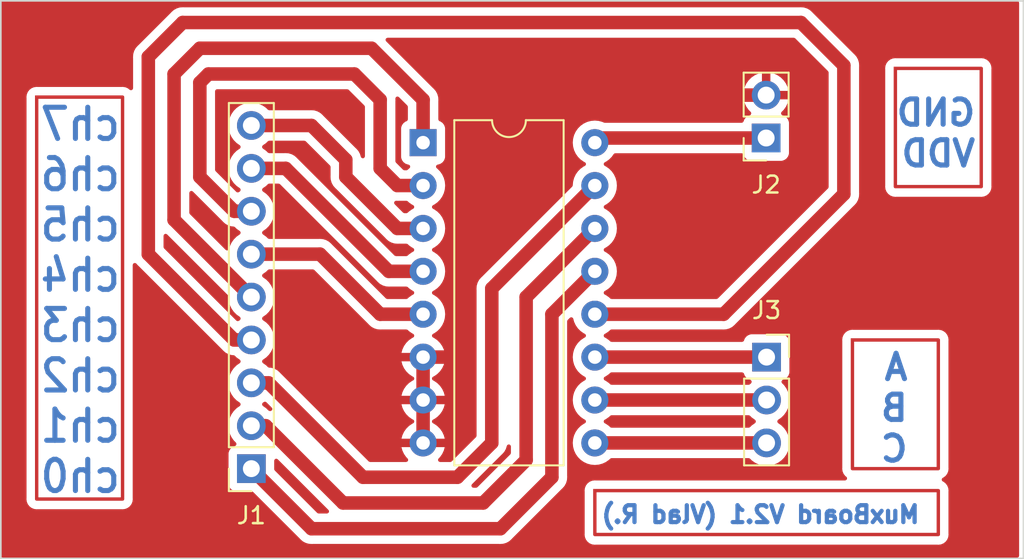
<source format=kicad_pcb>
(kicad_pcb (version 20221018) (generator pcbnew)
  (title_block (title "Mux board v2.1") (date "2023-11-21") (rev "1.4") (company "Vlad R."))
  (layers (0 "F.Cu" signal) (31 "B.Cu" signal) (34 "B.Paste" user) (35 "F.Paste" user) (36 "B.SilkS" user "B.Silkscreen") (37 "F.SilkS" user "F.Silkscreen") (38 "B.Mask" user) (39 "F.Mask" user) (44 "Edge.Cuts" user))
  (net 0 "")
  (net 1 "/C4")
  (net 2 "/C6")
  (net 3 "/COM OUT{slash}IN")
  (net 4 "/C7")
  (net 5 "/C5")
  (net 6 "/C")
  (net 7 "/B")
  (net 8 "/A")
  (net 9 "/VDD")
  (net 10 "/C3")
  (net 11 "/C0")
  (net 12 "/C1")
  (net 13 "/C2")
  (net 14 "0")
  (footprint "Package_DIP:DIP-16_W10.16mm" (layer "F.Cu") (at 220.98 120.396)
    (fp_text reference "UR1" hide)
    (fp_text value "CD4051B")
    (fp_line (start 1.845 -1.33) (end 1.845 19.11) (stroke (width 0.12)) (layer "F.SilkS"))
    (fp_line (start 1.845 19.11) (end 8.315 19.11) (stroke (width 0.12)) (layer "F.SilkS"))
    (fp_line (start 4.08 -1.33) (end 1.845 -1.33) (stroke (width 0.12)) (layer "F.SilkS"))
    (fp_line (start 8.315 -1.33) (end 6.08 -1.33) (stroke (width 0.12)) (layer "F.SilkS"))
    (fp_line (start 8.315 19.11) (end 8.315 -1.33) (stroke (width 0.12)) (layer "F.SilkS"))
    (fp_arc (start 6.08 -1.33) (mid 5.08 -0.33) (end 4.08 -1.33) (stroke (width 0.12)) (layer "F.SilkS"))
    (pad "1" thru_hole rect (at 0 0) (size 1.6 1.6) (drill 0.8) (layers "*.Cu" "*.Mask") (net 1 "/C4"))
    (pad "2" thru_hole oval (at 0 2.54) (size 1.6 1.6) (drill 0.8) (layers "*.Cu" "*.Mask") (net 2 "/C6"))
    (pad "3" thru_hole oval (at 0 5.08) (size 1.6 1.6) (drill 0.8) (layers "*.Cu" "*.Mask") (net 3 "/COM OUT{slash}IN"))
    (pad "4" thru_hole oval (at 0 7.62) (size 1.6 1.6) (drill 0.8) (layers "*.Cu" "*.Mask") (net 4 "/C7"))
    (pad "5" thru_hole oval (at 0 10.16) (size 1.6 1.6) (drill 0.8) (layers "*.Cu" "*.Mask") (net 5 "/C5"))
    (pad "6" thru_hole oval (at 0 12.7) (size 1.6 1.6) (drill 0.8) (layers "*.Cu" "*.Mask") (net 14 "0"))
    (pad "7" thru_hole oval (at 0 15.24) (size 1.6 1.6) (drill 0.8) (layers "*.Cu" "*.Mask") (net 14 "0"))
    (pad "8" thru_hole oval (at 0 17.78) (size 1.6 1.6) (drill 0.8) (layers "*.Cu" "*.Mask") (net 14 "0"))
    (pad "9" thru_hole oval (at 10.16 17.78) (size 1.6 1.6) (drill 0.8) (layers "*.Cu" "*.Mask") (net 6 "/C"))
    (pad "10" thru_hole oval (at 10.16 15.24) (size 1.6 1.6) (drill 0.8) (layers "*.Cu" "*.Mask") (net 7 "/B"))
    (pad "11" thru_hole oval (at 10.16 12.7) (size 1.6 1.6) (drill 0.8) (layers "*.Cu" "*.Mask") (net 8 "/A"))
    (pad "12" thru_hole oval (at 10.16 10.16) (size 1.6 1.6) (drill 0.8) (layers "*.Cu" "*.Mask") (net 10 "/C3"))
    (pad "13" thru_hole oval (at 10.16 7.62) (size 1.6 1.6) (drill 0.8) (layers "*.Cu" "*.Mask") (net 11 "/C0"))
    (pad "14" thru_hole oval (at 10.16 5.08) (size 1.6 1.6) (drill 0.8) (layers "*.Cu" "*.Mask") (net 12 "/C1"))
    (pad "15" thru_hole oval (at 10.16 2.54) (size 1.6 1.6) (drill 0.8) (layers "*.Cu" "*.Mask") (net 13 "/C2"))
    (pad "16" thru_hole oval (at 10.16 0) (size 1.6 1.6) (drill 0.8) (layers "*.Cu" "*.Mask") (net 9 "/VDD"))
  )
  (footprint "VAMK_CON:SOCKET_1x3" (layer "F.Cu") (at 241.3 133.096)
    (fp_text reference "J3" (at 0 -2.77) (layer "F.SilkS"))
    (fp_text value "Conn_01x03_Socket" hide)
    (fp_line (start -1.33 1.27) (end -1.33 6.41) (stroke (width 0.12)) (layer "F.SilkS"))
    (fp_line (start -1.33 1.27) (end 1.33 1.27) (stroke (width 0.12)) (layer "F.SilkS"))
    (fp_line (start -1.33 6.41) (end 1.33 6.41) (stroke (width 0.12)) (layer "F.SilkS"))
    (fp_line (start 0 -1.33) (end 1.33 -1.33) (stroke (width 0.12)) (layer "F.SilkS"))
    (fp_line (start 1.33 -1.33) (end 1.33 0) (stroke (width 0.12)) (layer "F.SilkS"))
    (fp_line (start 1.33 1.27) (end 1.33 6.41) (stroke (width 0.12)) (layer "F.SilkS"))
    (pad "1" thru_hole rect (at 0 0) (size 1.7 1.7) (drill 1) (layers "*.Cu" "*.Mask") (net 8 "/A"))
    (pad "2" thru_hole oval (at 0 2.54) (size 1.7 1.7) (drill 1) (layers "*.Cu" "*.Mask") (net 7 "/B"))
    (pad "3" thru_hole oval (at 0 5.08) (size 1.7 1.7) (drill 1) (layers "*.Cu" "*.Mask") (net 6 "/C"))
  )
  (footprint "VAMK_CON:SOCKET_1x9" (layer "F.Cu") (at 210.82 139.7 180)
    (fp_text reference "J1" (at 0 -2.77) (layer "F.SilkS"))
    (fp_text value "Conn_01x09_Pin")
    (fp_line (start -1.33 1.27) (end -1.33 21.65) (stroke (width 0.12)) (layer "F.SilkS"))
    (fp_line (start -1.33 1.27) (end 1.33 1.27) (stroke (width 0.12)) (layer "F.SilkS"))
    (fp_line (start -1.33 21.65) (end 1.33 21.65) (stroke (width 0.12)) (layer "F.SilkS"))
    (fp_line (start 0 -1.33) (end 1.33 -1.33) (stroke (width 0.12)) (layer "F.SilkS"))
    (fp_line (start 1.33 -1.33) (end 1.33 0) (stroke (width 0.12)) (layer "F.SilkS"))
    (fp_line (start 1.33 1.27) (end 1.33 21.65) (stroke (width 0.12)) (layer "F.SilkS"))
    (pad "1" thru_hole rect (at 0 0 180) (size 1.7 1.7) (drill 1) (layers "*.Cu" "*.Mask") (net 11 "/C0"))
    (pad "2" thru_hole oval (at 0 2.54 180) (size 1.7 1.7) (drill 1) (layers "*.Cu" "*.Mask") (net 12 "/C1"))
    (pad "3" thru_hole oval (at 0 5.08 180) (size 1.7 1.7) (drill 1) (layers "*.Cu" "*.Mask") (net 13 "/C2"))
    (pad "4" thru_hole oval (at 0 7.62 180) (size 1.7 1.7) (drill 1) (layers "*.Cu" "*.Mask") (net 10 "/C3"))
    (pad "5" thru_hole oval (at 0 10.16 180) (size 1.7 1.7) (drill 1) (layers "*.Cu" "*.Mask") (net 1 "/C4"))
    (pad "6" thru_hole oval (at 0 12.7 180) (size 1.7 1.7) (drill 1) (layers "*.Cu" "*.Mask") (net 5 "/C5"))
    (pad "7" thru_hole oval (at 0 15.24 180) (size 1.7 1.7) (drill 1) (layers "*.Cu" "*.Mask") (net 2 "/C6"))
    (pad "8" thru_hole oval (at 0 17.78 180) (size 1.7 1.7) (drill 1) (layers "*.Cu" "*.Mask") (net 4 "/C7"))
    (pad "9" thru_hole oval (at 0 20.32 180) (size 1.7 1.7) (drill 1) (layers "*.Cu" "*.Mask") (net 3 "/COM OUT{slash}IN"))
  )
  (footprint "VAMK_CON:SOCKET_1x2" (layer "F.Cu") (at 241.275 120.122 180)
    (fp_text reference "J2" (at 0 -2.77) (layer "F.SilkS"))
    (fp_text value "Conn_01x02_Socket" hide)
    (fp_line (start -1.33 1.27) (end -1.33 3.87) (stroke (width 0.12)) (layer "F.SilkS"))
    (fp_line (start -1.33 1.27) (end 1.33 1.27) (stroke (width 0.12)) (layer "F.SilkS"))
    (fp_line (start -1.33 3.87) (end 1.33 3.87) (stroke (width 0.12)) (layer "F.SilkS"))
    (fp_line (start 0 -1.33) (end 1.33 -1.33) (stroke (width 0.12)) (layer "F.SilkS"))
    (fp_line (start 1.33 -1.33) (end 1.33 0) (stroke (width 0.12)) (layer "F.SilkS"))
    (fp_line (start 1.33 1.27) (end 1.33 3.87) (stroke (width 0.12)) (layer "F.SilkS"))
    (pad "1" thru_hole rect (at 0 0 180) (size 1.7 1.7) (drill 1) (layers "*.Cu" "*.Mask") (net 9 "/VDD"))
    (pad "2" thru_hole oval (at 0 2.54 180) (size 1.7 1.7) (drill 1) (layers "*.Cu" "*.Mask") (net 14 "0"))
  )
  (gr_rect (start 198.12 117.7) (end 203.2 141.5) (stroke (width 0.2)) (fill none) (layer "F.Cu"))
  (gr_rect (start 246.38 132.08) (end 251.46 139.7) (stroke (width 0.2)) (fill none) (layer "F.Cu"))
  (gr_rect (start 231.14 141) (end 251.46 143.6) (stroke (width 0.2)) (fill none) (layer "F.Cu"))
  (gr_rect (start 248.92 116) (end 254 123) (stroke (width 0.2)) (fill none) (layer "F.Cu"))
  (gr_rect (start 196 112) (end 256.5 145.02) (stroke (width 0.1)) (fill none) (layer "Edge.Cuts"))
  (gr_text "MuxBoard V2.1 (Vlad R.)" (at 250.46 143) (layer "B.Cu") (effects (font (size 1 1) (thickness 0.25) bold) (justify left bottom mirror)))
  (gr_text "ch7\nch6\nch5\nch4\nch3\nch2\nch1\nch0" (at 203.2 141.24) (layer "B.Cu") (effects (font (size 1.85 1.7) (thickness 0.3) bold) (justify left bottom mirror)))
  (gr_text "A\nB\nC" (at 249.8 139.4) (layer "B.Cu") (effects (font (size 1.5 1.5) (thickness 0.3) bold) (justify left bottom mirror)))
  (gr_text "GND\nVDD" (at 253.8 121.92) (layer "B.Cu") (effects (font (size 1.5 1.5) (thickness 0.3) bold) (justify left bottom mirror)))
  (segment (start 207.772 114.808) (end 217.932 114.808) (width 0.8) (layer "F.Cu") (net 1))
  (segment (start 217.932 114.808) (end 220.98 117.856) (width 0.8) (layer "F.Cu") (net 1))
  (segment (start 220.98 117.856) (end 220.98 120.396) (width 0.8) (layer "F.Cu") (net 1))
  (segment (start 210.82 129.54) (end 206.248 124.968) (width 0.8) (layer "F.Cu") (net 1))
  (segment (start 206.248 116.332) (end 207.772 114.808) (width 0.8) (layer "F.Cu") (net 1))
  (segment (start 206.248 124.968) (end 206.248 116.332) (width 0.8) (layer "F.Cu") (net 1))
  (segment (start 219.456 122.936) (end 218.44 121.92) (width 0.8) (layer "F.Cu") (net 2))
  (segment (start 207.772 116.84) (end 207.772 122.428) (width 0.8) (layer "F.Cu") (net 2))
  (segment (start 208.28 116.332) (end 207.772 116.84) (width 0.8) (layer "F.Cu") (net 2))
  (segment (start 218.44 121.92) (end 218.44 117.856) (width 0.8) (layer "F.Cu") (net 2))
  (segment (start 220.98 122.936) (end 219.456 122.936) (width 0.8) (layer "F.Cu") (net 2))
  (segment (start 216.916 116.332) (end 208.28 116.332) (width 0.8) (layer "F.Cu") (net 2))
  (segment (start 218.44 117.856) (end 216.916 116.332) (width 0.8) (layer "F.Cu") (net 2))
  (segment (start 207.772 122.428) (end 209.804 124.46) (width 0.8) (layer "F.Cu") (net 2))
  (segment (start 209.804 124.46) (end 210.82 124.46) (width 0.8) (layer "F.Cu") (net 2))
  (segment (start 219.456 125.476) (end 220.98 125.476) (width 0.8) (layer "F.Cu") (net 3))
  (segment (start 216.408 122.428) (end 219.456 125.476) (width 0.8) (layer "F.Cu") (net 3))
  (segment (start 214.376 119.38) (end 216.408 121.412) (width 0.8) (layer "F.Cu") (net 3))
  (segment (start 210.82 119.38) (end 214.376 119.38) (width 0.8) (layer "F.Cu") (net 3))
  (segment (start 216.408 121.412) (end 216.408 122.428) (width 0.8) (layer "F.Cu") (net 3))
  (segment (start 210.82 121.92) (end 212.852 121.92) (width 0.8) (layer "F.Cu") (net 4))
  (segment (start 218.948 128.016) (end 220.98 128.016) (width 0.8) (layer "F.Cu") (net 4))
  (segment (start 212.852 121.92) (end 218.948 128.016) (width 0.8) (layer "F.Cu") (net 4))
  (segment (start 218.44 130.556) (end 220.98 130.556) (width 0.8) (layer "F.Cu") (net 5))
  (segment (start 214.884 127) (end 218.44 130.556) (width 0.8) (layer "F.Cu") (net 5))
  (segment (start 210.82 127) (end 214.884 127) (width 0.8) (layer "F.Cu") (net 5))
  (segment (start 241.3 138.176) (end 231.14 138.176) (width 0.8) (layer "F.Cu") (net 6))
  (segment (start 241.3 135.636) (end 231.14 135.636) (width 0.8) (layer "F.Cu") (net 7))
  (segment (start 241.3 133.096) (end 231.14 133.096) (width 0.8) (layer "F.Cu") (net 8))
  (segment (start 241.275 120.122) (end 231.414 120.122) (width 0.8) (layer "F.Cu") (net 9))
  (segment (start 231.414 120.122) (end 231.14 120.396) (width 0.8) (layer "F.Cu") (net 9))
  (segment (start 238.76 130.556) (end 245.872 123.444) (width 0.8) (layer "F.Cu") (net 10))
  (segment (start 245.872 123.444) (end 245.872 115.824) (width 0.8) (layer "F.Cu") (net 10))
  (segment (start 243.332 113.284) (end 206.756 113.284) (width 0.8) (layer "F.Cu") (net 10))
  (segment (start 204.724 127) (end 209.804 132.08) (width 0.8) (layer "F.Cu") (net 10))
  (segment (start 209.804 132.08) (end 210.82 132.08) (width 0.8) (layer "F.Cu") (net 10))
  (segment (start 204.724 115.316) (end 204.724 127) (width 0.8) (layer "F.Cu") (net 10))
  (segment (start 231.14 130.556) (end 238.76 130.556) (width 0.8) (layer "F.Cu") (net 10))
  (segment (start 245.872 115.824) (end 243.332 113.284) (width 0.8) (layer "F.Cu") (net 10))
  (segment (start 206.756 113.284) (end 204.724 115.316) (width 0.8) (layer "F.Cu") (net 10))
  (segment (start 231.14 128.016) (end 228.6 130.556) (width 0.8) (layer "F.Cu") (net 11))
  (segment (start 228.6 130.556) (end 228.6 140.208) (width 0.8) (layer "F.Cu") (net 11))
  (segment (start 225.552 143.256) (end 214.376 143.256) (width 0.8) (layer "F.Cu") (net 11))
  (segment (start 214.376 143.256) (end 210.82 139.7) (width 0.8) (layer "F.Cu") (net 11))
  (segment (start 228.6 140.208) (end 225.552 143.256) (width 0.8) (layer "F.Cu") (net 11))
  (segment (start 227.076 129.54) (end 227.076 139.192) (width 0.8) (layer "F.Cu") (net 12))
  (segment (start 224.536 141.732) (end 216.242 141.732) (width 0.8) (layer "F.Cu") (net 12))
  (segment (start 231.14 125.476) (end 227.076 129.54) (width 0.8) (layer "F.Cu") (net 12))
  (segment (start 211.67 137.16) (end 210.82 137.16) (width 0.8) (layer "F.Cu") (net 12))
  (segment (start 216.242 141.732) (end 211.67 137.16) (width 0.8) (layer "F.Cu") (net 12))
  (segment (start 227.076 139.192) (end 224.536 141.732) (width 0.8) (layer "F.Cu") (net 12))
  (segment (start 231.14 122.936) (end 225.044 129.032) (width 0.8) (layer "F.Cu") (net 13))
  (segment (start 211.836 134.62) (end 210.82 134.62) (width 0.8) (layer "F.Cu") (net 13))
  (segment (start 225.044 138.176) (end 223.012 140.208) (width 0.8) (layer "F.Cu") (net 13))
  (segment (start 225.044 129.032) (end 225.044 138.176) (width 0.8) (layer "F.Cu") (net 13))
  (segment (start 223.012 140.208) (end 217.424 140.208) (width 0.8) (layer "F.Cu") (net 13))
  (segment (start 217.424 140.208) (end 211.836 134.62) (width 0.8) (layer "F.Cu") (net 13))
  (segment (start 223.52 132.08) (end 223.52 124.46) (width 0.8) (layer "F.Cu") (net 14))
  (segment (start 220.98 133.096) (end 222.504 133.096) (width 0.8) (layer "F.Cu") (net 14))
  (segment (start 223.52 124.46) (end 230.398 117.582) (width 0.8) (layer "F.Cu") (net 14))
  (segment (start 220.98 138.176) (end 220.98 135.636) (width 0.8) (layer "F.Cu") (net 14))
  (segment (start 222.504 133.096) (end 223.52 132.08) (width 0.8) (layer "F.Cu") (net 14))
  (segment (start 220.98 133.096) (end 220.98 135.636) (width 0.8) (layer "F.Cu") (net 14))
  (segment (start 230.398 117.582) (end 241.275 117.582) (width 0.8) (layer "F.Cu") (net 14))
  (zone (net 14) (net_name "0") (layer "F.Cu") (connect_pads (clearance 0.5)) (min_thickness 0.25) (fill yes (thermal_gap 0.5) (thermal_bridge_width 0.5) (island_removal_mode 1) (island_area_min 10))
    (polygon (pts (xy 256.24 144.98) (xy 196 144.98) (xy 196 111.96) (xy 256.24 111.96)))
    (polygon (pts (xy 231.14 143.6) (xy 251.46 143.6) (xy 251.46 141) (xy 231.14 141)))
    (polygon (pts (xy 198.12 117.7) (xy 198.12 141.5) (xy 203.2 141.5) (xy 203.2 117.7)))
    (polygon (pts (xy 246.38 139.7) (xy 251.46 139.7) (xy 251.46 132.08) (xy 246.38 132.08)))
    (polygon (pts (xy 249.12 123.2) (xy 254.12 123.2) (xy 254.12 116.2) (xy 249.12 116.2)))
  )
)
</source>
